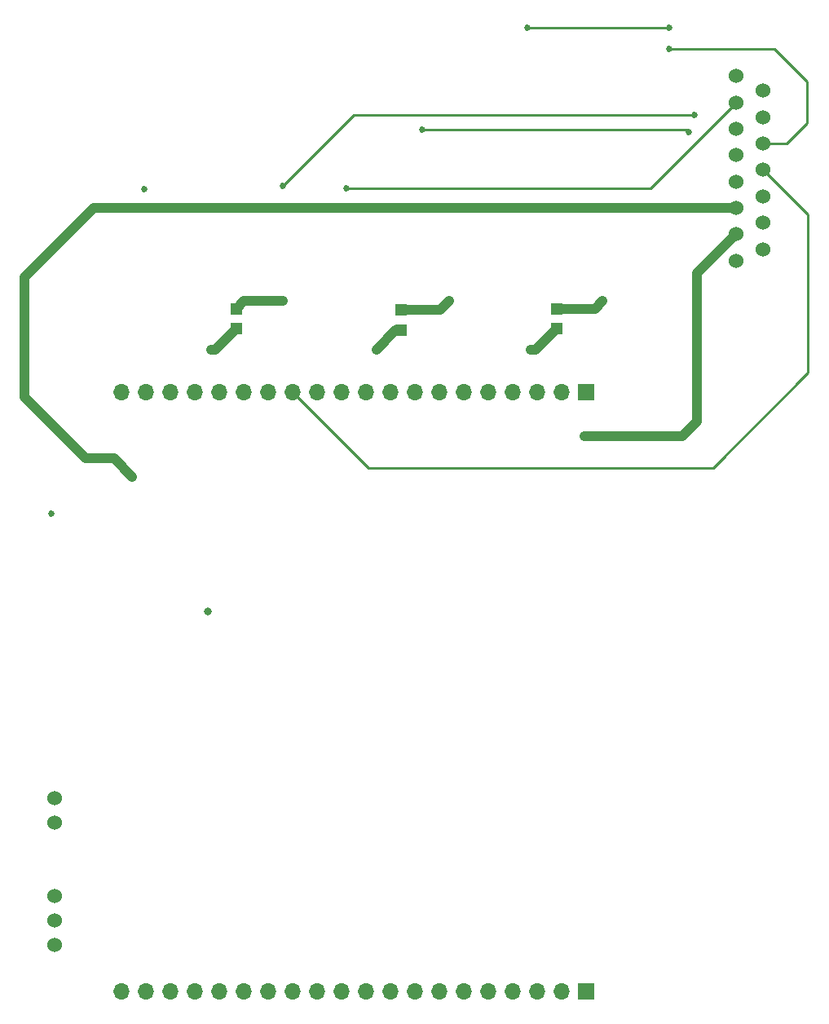
<source format=gbr>
%TF.GenerationSoftware,KiCad,Pcbnew,(5.1.8-0-10_14)*%
%TF.CreationDate,2021-04-23T13:19:29-04:00*%
%TF.ProjectId,Data Collection Shield for Chest Strap Assembly,44617461-2043-46f6-9c6c-656374696f6e,rev?*%
%TF.SameCoordinates,Original*%
%TF.FileFunction,Copper,L4,Bot*%
%TF.FilePolarity,Positive*%
%FSLAX46Y46*%
G04 Gerber Fmt 4.6, Leading zero omitted, Abs format (unit mm)*
G04 Created by KiCad (PCBNEW (5.1.8-0-10_14)) date 2021-04-23 13:19:29*
%MOMM*%
%LPD*%
G01*
G04 APERTURE LIST*
%TA.AperFunction,ComponentPad*%
%ADD10C,1.524000*%
%TD*%
%TA.AperFunction,ComponentPad*%
%ADD11O,1.700000X1.700000*%
%TD*%
%TA.AperFunction,ComponentPad*%
%ADD12R,1.700000X1.700000*%
%TD*%
%TA.AperFunction,SMDPad,CuDef*%
%ADD13R,1.200000X1.200000*%
%TD*%
%TA.AperFunction,ViaPad*%
%ADD14C,0.685000*%
%TD*%
%TA.AperFunction,ViaPad*%
%ADD15C,0.800000*%
%TD*%
%TA.AperFunction,Conductor*%
%ADD16C,1.000000*%
%TD*%
%TA.AperFunction,Conductor*%
%ADD17C,0.250000*%
%TD*%
G04 APERTURE END LIST*
D10*
%TO.P,J1,15*%
%TO.N,SIG_IN2*%
X177926000Y-49981000D03*
%TO.P,J1,14*%
%TO.N,SIG_IN1*%
X177926000Y-52721000D03*
%TO.P,J1,13*%
%TO.N,SIG_IN0*%
X177926000Y-55461000D03*
%TO.P,J1,12*%
%TO.N,CH6*%
X177926000Y-58201000D03*
%TO.P,J1,11*%
%TO.N,FLEX_SCL*%
X177926000Y-60941000D03*
%TO.P,J1,10*%
%TO.N,FLEX_SDA*%
X177926000Y-63681000D03*
%TO.P,J1,9*%
%TO.N,FLEX_nDRDY*%
X177926000Y-66421000D03*
%TO.P,J1,8*%
%TO.N,FLEX_nRST*%
X175086000Y-48449000D03*
%TO.P,J1,7*%
%TO.N,SIG_IN3*%
X175086000Y-51189000D03*
%TO.P,J1,6*%
%TO.N,SIG_IN4*%
X175086000Y-53929000D03*
%TO.P,J1,5*%
%TO.N,SIG_IN5*%
X175086000Y-56669000D03*
%TO.P,J1,4*%
%TO.N,10V*%
X175086000Y-59409000D03*
%TO.P,J1,3*%
%TO.N,5V*%
X175086000Y-62149000D03*
%TO.P,J1,2*%
%TO.N,3.3V*%
X175086000Y-64889000D03*
%TO.P,J1,1*%
%TO.N,AGND*%
X175086000Y-67629000D03*
%TD*%
%TO.P,U3,5*%
%TO.N,Net-(C13-Pad1)*%
X104316000Y-138684000D03*
%TO.P,U3,3*%
%TO.N,Net-(U3-Pad3)*%
X104316000Y-136144000D03*
%TO.P,U3,4*%
%TO.N,AGND*%
X104316000Y-133604000D03*
%TO.P,U3,2*%
%TO.N,DGND*%
X104316000Y-125984000D03*
%TO.P,U3,1*%
%TO.N,Net-(C8-Pad1)*%
X104316000Y-123444000D03*
%TD*%
D11*
%TO.P,U8,20*%
%TO.N,DGND*%
X111252000Y-143510000D03*
%TO.P,U8,19*%
%TO.N,5V_IN*%
X113792000Y-143510000D03*
%TO.P,U8,18*%
%TO.N,Net-(U8-Pad18)*%
X116332000Y-143510000D03*
%TO.P,U8,17*%
%TO.N,Net-(U8-Pad17)*%
X118872000Y-143510000D03*
%TO.P,U8,16*%
%TO.N,Net-(U8-Pad16)*%
X121412000Y-143510000D03*
%TO.P,U8,15*%
%TO.N,Net-(U8-Pad15)*%
X123952000Y-143510000D03*
%TO.P,U8,14*%
%TO.N,DGND*%
X126492000Y-143510000D03*
%TO.P,U8,13*%
%TO.N,Net-(U8-Pad13)*%
X129032000Y-143510000D03*
%TO.P,U8,12*%
%TO.N,DGND*%
X131572000Y-143510000D03*
%TO.P,U8,11*%
%TO.N,Net-(U8-Pad11)*%
X134112000Y-143510000D03*
%TO.P,U8,10*%
%TO.N,DGND*%
X136652000Y-143510000D03*
%TO.P,U8,9*%
%TO.N,Net-(U8-Pad9)*%
X139192000Y-143510000D03*
%TO.P,U8,8*%
%TO.N,DGND*%
X141732000Y-143510000D03*
%TO.P,U8,7*%
%TO.N,FLEX_nRST*%
X144272000Y-143510000D03*
%TO.P,U8,6*%
%TO.N,DGND*%
X146812000Y-143510000D03*
%TO.P,U8,5*%
%TO.N,FLEX_nDRDY*%
X149352000Y-143510000D03*
%TO.P,U8,4*%
%TO.N,DGND*%
X151892000Y-143510000D03*
%TO.P,U8,3*%
%TO.N,FLEX_SDA*%
X154432000Y-143510000D03*
%TO.P,U8,2*%
%TO.N,DGND*%
X156972000Y-143510000D03*
D12*
%TO.P,U8,1*%
%TO.N,FLEX_SCL*%
X159512000Y-143510000D03*
%TD*%
D13*
%TO.P,C20,1*%
%TO.N,10V*%
X140335000Y-74837000D03*
%TO.P,C20,2*%
%TO.N,AGND*%
X140335000Y-72737000D03*
%TD*%
%TO.P,C21,1*%
%TO.N,10V*%
X123190000Y-74710000D03*
%TO.P,C21,2*%
%TO.N,AGND*%
X123190000Y-72610000D03*
%TD*%
%TO.P,C22,1*%
%TO.N,10V*%
X156464000Y-74710000D03*
%TO.P,C22,2*%
%TO.N,AGND*%
X156464000Y-72610000D03*
%TD*%
D11*
%TO.P,U10,20*%
%TO.N,AGND*%
X111252000Y-81280000D03*
%TO.P,U10,19*%
X113792000Y-81280000D03*
%TO.P,U10,18*%
X116332000Y-81280000D03*
%TO.P,U10,17*%
%TO.N,Net-(U10-Pad17)*%
X118872000Y-81280000D03*
%TO.P,U10,16*%
%TO.N,AGND*%
X121412000Y-81280000D03*
%TO.P,U10,15*%
%TO.N,Net-(U10-Pad15)*%
X123952000Y-81280000D03*
%TO.P,U10,14*%
%TO.N,AGND*%
X126492000Y-81280000D03*
%TO.P,U10,13*%
%TO.N,CH6*%
X129032000Y-81280000D03*
%TO.P,U10,12*%
%TO.N,AGND*%
X131572000Y-81280000D03*
%TO.P,U10,11*%
%TO.N,CH5*%
X134112000Y-81280000D03*
%TO.P,U10,10*%
%TO.N,AGND*%
X136652000Y-81280000D03*
%TO.P,U10,9*%
%TO.N,CH4*%
X139192000Y-81280000D03*
%TO.P,U10,8*%
%TO.N,AGND*%
X141732000Y-81280000D03*
%TO.P,U10,7*%
%TO.N,CH3*%
X144272000Y-81280000D03*
%TO.P,U10,6*%
%TO.N,AGND*%
X146812000Y-81280000D03*
%TO.P,U10,5*%
%TO.N,CH2*%
X149352000Y-81280000D03*
%TO.P,U10,4*%
%TO.N,AGND*%
X151892000Y-81280000D03*
%TO.P,U10,3*%
%TO.N,CH1*%
X154432000Y-81280000D03*
%TO.P,U10,2*%
%TO.N,AGND*%
X156972000Y-81280000D03*
D12*
%TO.P,U10,1*%
%TO.N,CH0*%
X159512000Y-81280000D03*
%TD*%
D14*
%TO.N,5V*%
X112395000Y-90043000D03*
X153716000Y-62149000D03*
X137241000Y-62149000D03*
X118572000Y-62149000D03*
D15*
%TO.N,AGND*%
X120269000Y-104013000D03*
D14*
X128079500Y-71818500D03*
X145288000Y-71818500D03*
X161226500Y-71818500D03*
%TO.N,10V*%
X104013000Y-93853000D03*
X120599200Y-76847700D03*
X137744200Y-76847700D03*
X153809700Y-76847700D03*
%TO.N,3.3V*%
X159385000Y-85852000D03*
%TO.N,SIG_IN0*%
X168148000Y-45593000D03*
%TO.N,SIG_IN2*%
X168148000Y-43434000D03*
X153416000Y-43434000D03*
%TO.N,SIG_IN3*%
X134620000Y-60071000D03*
%TO.N,SIG_IN4*%
X128016000Y-59817000D03*
X170815000Y-52451000D03*
%TO.N,SIG_IN5*%
X113665000Y-60198000D03*
X142494000Y-53975000D03*
X170180000Y-54229000D03*
%TD*%
D16*
%TO.N,5V*%
X108412000Y-62149000D02*
X101219000Y-69342000D01*
X101219000Y-69342000D02*
X101219000Y-81788000D01*
X101219000Y-81788000D02*
X107569000Y-88138000D01*
X110490000Y-88138000D02*
X112395000Y-90043000D01*
X107569000Y-88138000D02*
X110490000Y-88138000D01*
X175086000Y-62149000D02*
X153716000Y-62149000D01*
X153716000Y-62149000D02*
X137241000Y-62149000D01*
X118572000Y-62149000D02*
X108412000Y-62149000D01*
X137241000Y-62149000D02*
X118572000Y-62149000D01*
%TO.N,AGND*%
X111125000Y-81153000D02*
X111252000Y-81280000D01*
X123981500Y-71818500D02*
X123190000Y-72610000D01*
X128079500Y-71818500D02*
X123981500Y-71818500D01*
X144369500Y-72737000D02*
X145288000Y-71818500D01*
X140335000Y-72737000D02*
X144369500Y-72737000D01*
X160435000Y-72610000D02*
X161226500Y-71818500D01*
X156464000Y-72610000D02*
X160435000Y-72610000D01*
%TO.N,10V*%
X121052300Y-76847700D02*
X123190000Y-74710000D01*
X120599200Y-76847700D02*
X121052300Y-76847700D01*
X139754900Y-74837000D02*
X137744200Y-76847700D01*
X140335000Y-74837000D02*
X139754900Y-74837000D01*
X154326300Y-76847700D02*
X156464000Y-74710000D01*
X153809700Y-76847700D02*
X154326300Y-76847700D01*
%TO.N,3.3V*%
X159385000Y-85852000D02*
X169545000Y-85852000D01*
X169545000Y-85852000D02*
X171069000Y-84328000D01*
X171069000Y-68906000D02*
X175086000Y-64889000D01*
X171069000Y-84328000D02*
X171069000Y-68906000D01*
D17*
%TO.N,SIG_IN0*%
X180378000Y-55461000D02*
X177926000Y-55461000D01*
X182499000Y-53340000D02*
X180378000Y-55461000D01*
X179070000Y-45593000D02*
X182499000Y-49022000D01*
X182499000Y-49022000D02*
X182499000Y-53340000D01*
X168148000Y-45593000D02*
X179070000Y-45593000D01*
%TO.N,SIG_IN2*%
X168148000Y-43434000D02*
X153416000Y-43434000D01*
X153416000Y-43434000D02*
X153416000Y-43434000D01*
%TO.N,SIG_IN3*%
X166204000Y-60071000D02*
X175086000Y-51189000D01*
X134620000Y-60071000D02*
X166204000Y-60071000D01*
%TO.N,SIG_IN4*%
X135382000Y-52451000D02*
X170815000Y-52451000D01*
X128016000Y-59817000D02*
X135382000Y-52451000D01*
%TO.N,SIG_IN5*%
X169926000Y-53975000D02*
X170180000Y-54229000D01*
X142494000Y-53975000D02*
X169926000Y-53975000D01*
%TO.N,CH6*%
X129032000Y-81280000D02*
X136906000Y-89154000D01*
X172720000Y-89154000D02*
X182594419Y-79279582D01*
X136906000Y-89154000D02*
X172720000Y-89154000D01*
X182571067Y-62846067D02*
X177926000Y-58201000D01*
X182594419Y-79279582D02*
X182571067Y-62846067D01*
%TD*%
M02*

</source>
